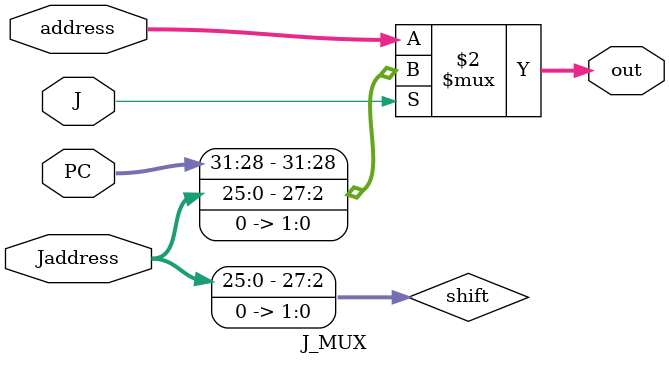
<source format=v>
`timescale 1ns / 1ps


module J_MUX(
    input J,
    input [25:0] Jaddress,
    input [31:28] PC,
    input [31:0] address,
    output [31:0] out
    );
    
    wire [27:0]shift;
    assign shift = Jaddress << 2;
    assign out = (J) ? {PC, shift} : address;
    
endmodule

</source>
